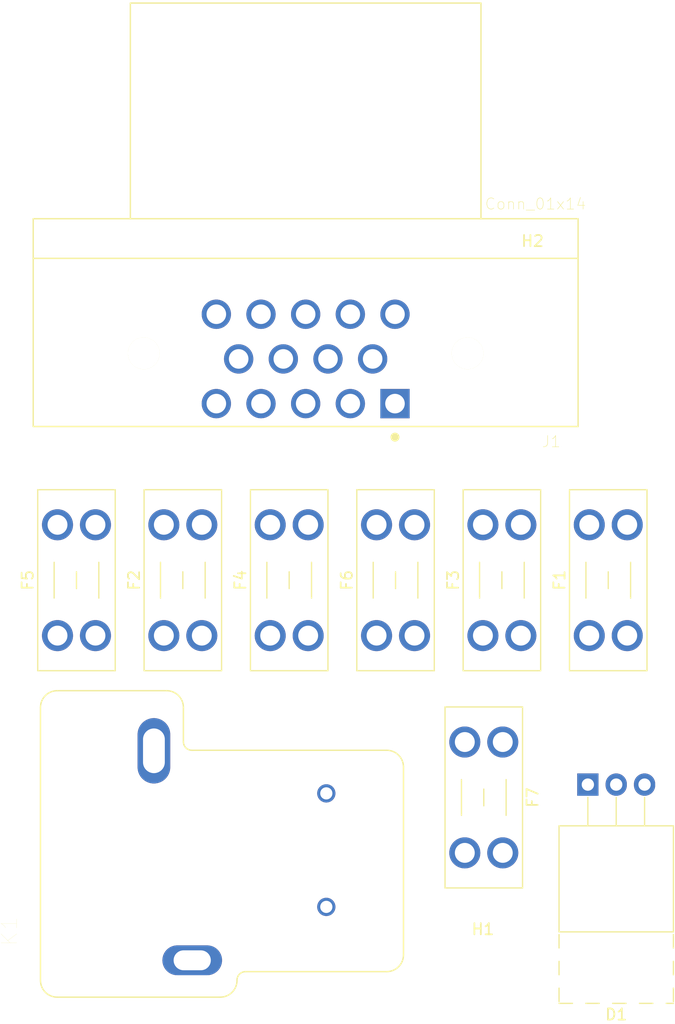
<source format=kicad_pcb>
(kicad_pcb (version 20171130) (host pcbnew 5.1.7-a382d34a8~88~ubuntu18.04.1)

  (general
    (thickness 1.6)
    (drawings 0)
    (tracks 0)
    (zones 0)
    (modules 12)
    (nets 13)
  )

  (page A4)
  (layers
    (0 F.Cu signal)
    (31 B.Cu signal)
    (32 B.Adhes user)
    (33 F.Adhes user)
    (34 B.Paste user)
    (35 F.Paste user)
    (36 B.SilkS user)
    (37 F.SilkS user)
    (38 B.Mask user)
    (39 F.Mask user)
    (40 Dwgs.User user)
    (41 Cmts.User user)
    (42 Eco1.User user)
    (43 Eco2.User user)
    (44 Edge.Cuts user)
    (45 Margin user)
    (46 B.CrtYd user hide)
    (47 F.CrtYd user)
    (48 B.Fab user hide)
    (49 F.Fab user hide)
  )

  (setup
    (last_trace_width 0.25)
    (trace_clearance 0.2)
    (zone_clearance 0.508)
    (zone_45_only no)
    (trace_min 0.2)
    (via_size 0.8)
    (via_drill 0.4)
    (via_min_size 0.4)
    (via_min_drill 0.3)
    (uvia_size 0.3)
    (uvia_drill 0.1)
    (uvias_allowed no)
    (uvia_min_size 0.2)
    (uvia_min_drill 0.1)
    (edge_width 0.05)
    (segment_width 0.2)
    (pcb_text_width 0.3)
    (pcb_text_size 1.5 1.5)
    (mod_edge_width 0.12)
    (mod_text_size 1 1)
    (mod_text_width 0.15)
    (pad_size 1.524 1.524)
    (pad_drill 0.762)
    (pad_to_mask_clearance 0)
    (aux_axis_origin 0 0)
    (visible_elements FFFFFF7F)
    (pcbplotparams
      (layerselection 0x010fc_ffffffff)
      (usegerberextensions false)
      (usegerberattributes true)
      (usegerberadvancedattributes true)
      (creategerberjobfile true)
      (excludeedgelayer true)
      (linewidth 0.100000)
      (plotframeref false)
      (viasonmask false)
      (mode 1)
      (useauxorigin false)
      (hpglpennumber 1)
      (hpglpenspeed 20)
      (hpglpendiameter 15.000000)
      (psnegative false)
      (psa4output false)
      (plotreference true)
      (plotvalue true)
      (plotinvisibletext false)
      (padsonsilk false)
      (subtractmaskfromsilk false)
      (outputformat 1)
      (mirror false)
      (drillshape 1)
      (scaleselection 1)
      (outputdirectory ""))
  )

  (net 0 "")
  (net 1 /DCDC_IN)
  (net 2 /BATT_IN)
  (net 3 +12V)
  (net 4 /SHUTDOWN_OUT)
  (net 5 /DAQ)
  (net 6 /RINEHART)
  (net 7 /RADIATOR)
  (net 8 /PUMP)
  (net 9 /12V_OUT)
  (net 10 /TO_BRB)
  (net 11 GND)
  (net 12 /FROM_BRB)

  (net_class Default "This is the default net class."
    (clearance 0.2)
    (trace_width 0.25)
    (via_dia 0.8)
    (via_drill 0.4)
    (uvia_dia 0.3)
    (uvia_drill 0.1)
    (add_net +12V)
    (add_net /12V_OUT)
    (add_net /BATT_IN)
    (add_net /DAQ)
    (add_net /DCDC_IN)
    (add_net /FROM_BRB)
    (add_net /PUMP)
    (add_net /RADIATOR)
    (add_net /RINEHART)
    (add_net /SHUTDOWN_OUT)
    (add_net /TO_BRB)
    (add_net GND)
  )

  (module AERO_CUSTOM:RELAY_T9VV1K15-12S (layer F.Cu) (tedit 5E50674C) (tstamp 5FFD4D16)
    (at 183.515 104.775 90)
    (path /5FFBBBA5)
    (fp_text reference K1 (at -6.779225 -16.368475 90) (layer F.SilkS)
      (effects (font (size 1.400906 1.400906) (thickness 0.015)))
    )
    (fp_text value T9VV1K15-12S (at 5.265 21.58165 90) (layer F.Fab)
      (effects (font (size 1.401496 1.401496) (thickness 0.015)))
    )
    (fp_arc (start -1.905 7.62) (end -1.27 7.62) (angle -180) (layer F.Fab) (width 0.127))
    (fp_arc (start -0.635 7.62) (end 0 7.62) (angle -180) (layer F.Fab) (width 0.127))
    (fp_arc (start 0.635 7.62) (end 1.27 7.62) (angle -180) (layer F.Fab) (width 0.127))
    (fp_arc (start 1.905 7.62) (end 2.54 7.62) (angle -180) (layer F.Fab) (width 0.127))
    (fp_arc (start 7.922587 17.420787) (end 7.92258 18.9209) (angle -89.9998) (layer F.Fab) (width 0.127))
    (fp_arc (start 13.254734 -2.28936) (end 13.2546 -0.789094) (angle -89.9998) (layer F.Fab) (width 0.127))
    (fp_arc (start 13.254597 -12.088997) (end 14.7547 -12.089) (angle -89.9998) (layer F.Fab) (width 0.127))
    (fp_arc (start -11.175047 -12.089147) (end -11.1752 -13.5891) (angle -89.9998) (layer F.Fab) (width 0.127))
    (fp_arc (start -11.175187 2.510787) (end -12.6753 2.51078) (angle -89.9998) (layer F.Fab) (width 0.127))
    (fp_arc (start -8.889187 17.420787) (end -10.3893 17.4208) (angle -89.9998) (layer F.Fab) (width 0.127))
    (fp_arc (start 10.1847 -0.0271) (end 10.1847 -0.7891) (angle -90) (layer F.Fab) (width 0.127))
    (fp_arc (start -11.1513 4.7729) (end -10.3893 4.7729) (angle -90) (layer F.Fab) (width 0.127))
    (fp_arc (start 7.922587 17.420787) (end 7.92258 18.9209) (angle -89.9998) (layer F.SilkS) (width 0.127))
    (fp_arc (start 13.254734 -2.28936) (end 13.2546 -0.789094) (angle -89.9998) (layer F.SilkS) (width 0.127))
    (fp_arc (start 13.254597 -12.088997) (end 14.7547 -12.089) (angle -89.9998) (layer F.SilkS) (width 0.127))
    (fp_arc (start -11.175047 -12.089147) (end -11.1752 -13.5891) (angle -89.9998) (layer F.SilkS) (width 0.127))
    (fp_arc (start -11.175187 2.510787) (end -12.6753 2.51078) (angle -89.9998) (layer F.SilkS) (width 0.127))
    (fp_arc (start -8.889187 17.420787) (end -10.3893 17.4208) (angle -89.9998) (layer F.SilkS) (width 0.127))
    (fp_arc (start 10.1847 -0.0271) (end 10.1847 -0.7891) (angle -90) (layer F.SilkS) (width 0.127))
    (fp_arc (start -11.1513 4.7729) (end -10.3893 4.7729) (angle -90) (layer F.SilkS) (width 0.127))
    (fp_arc (start -11.175047 -12.089147) (end -11.1752 -13.8391) (angle -89.9998) (layer F.CrtYd) (width 0.05))
    (fp_arc (start 13.254597 -12.088997) (end 15.0047 -12.089) (angle -89.9998) (layer F.CrtYd) (width 0.05))
    (fp_arc (start 13.254734 -2.28936) (end 13.2546 -0.539094) (angle -89.9998) (layer F.CrtYd) (width 0.05))
    (fp_arc (start 10.4347 0.2229) (end 10.4347 -0.5391) (angle -90) (layer F.CrtYd) (width 0.05))
    (fp_arc (start 7.922587 17.420787) (end 7.92258 19.1709) (angle -89.9998) (layer F.CrtYd) (width 0.05))
    (fp_arc (start -8.889187 17.420787) (end -10.6393 17.4208) (angle -89.9998) (layer F.CrtYd) (width 0.05))
    (fp_arc (start -11.300187 2.635787) (end -12.9253 2.51078) (angle -89.9998) (layer F.CrtYd) (width 0.05))
    (fp_arc (start -11.4013 5.0229) (end -10.6393 5.0229) (angle -90) (layer F.CrtYd) (width 0.05))
    (fp_line (start -10.6393 5.0229) (end -10.6393 4.7729) (layer F.CrtYd) (width 0.05))
    (fp_line (start -10.6393 17.4208) (end -10.6393 5.0229) (layer F.CrtYd) (width 0.05))
    (fp_line (start 7.92258 19.1709) (end -8.88918 19.1709) (layer F.CrtYd) (width 0.05))
    (fp_line (start 9.6727 0.2229) (end 9.6727 17.4208) (layer F.CrtYd) (width 0.05))
    (fp_line (start 13.2546 -0.5391) (end 10.4347 -0.5391) (layer F.CrtYd) (width 0.05))
    (fp_line (start 15.005 -12.089) (end 15.005 -2.28922) (layer F.CrtYd) (width 0.05))
    (fp_line (start -11.1752 -13.8391) (end 13.2546 -13.8391) (layer F.CrtYd) (width 0.05))
    (fp_line (start -12.925 2.51078) (end -12.925 -12.089) (layer F.CrtYd) (width 0.05))
    (fp_line (start -11.1752 -13.5891) (end 13.2546 -13.5891) (layer F.SilkS) (width 0.127))
    (fp_line (start -12.675 2.51078) (end -12.675 -12.089) (layer F.SilkS) (width 0.127))
    (fp_line (start -10.3893 17.4208) (end -10.3893 4.7729) (layer F.SilkS) (width 0.127))
    (fp_line (start 13.2546 -0.7891) (end 10.1847 -0.7891) (layer F.SilkS) (width 0.127))
    (fp_line (start -11.1513 4.0109) (end -11.1752 4.0109) (layer F.SilkS) (width 0.127))
    (fp_line (start 9.4227 -0.0271) (end 9.4227 17.4208) (layer F.SilkS) (width 0.127))
    (fp_line (start 14.755 -12.089) (end 14.755 -2.28922) (layer F.SilkS) (width 0.127))
    (fp_line (start 7.92258 18.9209) (end -8.88918 18.9209) (layer F.SilkS) (width 0.127))
    (fp_line (start -11.1752 -13.5891) (end 13.2546 -13.5891) (layer F.Fab) (width 0.127))
    (fp_line (start -12.675 2.51078) (end -12.675 -12.089) (layer F.Fab) (width 0.127))
    (fp_line (start -10.3893 17.4208) (end -10.3893 4.7729) (layer F.Fab) (width 0.127))
    (fp_line (start 13.2546 -0.7891) (end 10.1847 -0.7891) (layer F.Fab) (width 0.127))
    (fp_line (start -11.1513 4.0109) (end -11.1752 4.0109) (layer F.Fab) (width 0.127))
    (fp_line (start 9.4227 -0.0271) (end 9.4227 17.4208) (layer F.Fab) (width 0.127))
    (fp_line (start 14.755 -12.089) (end 14.755 -2.28922) (layer F.Fab) (width 0.127))
    (fp_line (start 7.92258 18.9209) (end -8.88918 18.9209) (layer F.Fab) (width 0.127))
    (fp_circle (center -5.08 8.89) (end -4.7625 8.89) (layer F.Fab) (width 0.127))
    (fp_circle (center 5.08 8.89) (end 5.3975 8.89) (layer F.Fab) (width 0.127))
    (fp_line (start 1.27 0) (end 6.92 0) (layer F.Fab) (width 0.127))
    (fp_line (start -1.27 0) (end 1.27 1.27) (layer F.Fab) (width 0.127))
    (fp_line (start -4.71 0) (end -1.27 0) (layer F.Fab) (width 0.127))
    (fp_circle (center 7.29 0) (end 7.6075 0) (layer F.Fab) (width 0.127))
    (fp_circle (center -5.08 0) (end -4.7625 0) (layer F.Fab) (width 0.127))
    (fp_line (start 2.54 7.62) (end 5.08 7.62) (layer F.Fab) (width 0.127))
    (fp_line (start 5.08 7.62) (end 5.08 8.49) (layer F.Fab) (width 0.127))
    (fp_line (start -5.08 7.62) (end -2.54 7.62) (layer F.Fab) (width 0.127))
    (fp_line (start -5.08 8.49) (end -5.08 7.62) (layer F.Fab) (width 0.127))
    (pad 1 thru_hole circle (at 5.565 12.01 90) (size 1.635 1.635) (drill 1.09) (layers *.Cu *.Mask)
      (net 11 GND))
    (pad 2 thru_hole circle (at -4.595 12.01 90) (size 1.635 1.635) (drill 1.09) (layers *.Cu *.Mask)
      (net 12 /FROM_BRB))
    (pad 4 thru_hole oval (at 9.375 -3.43 90) (size 5.85 2.925) (drill oval 4 1.95) (layers *.Cu *.Mask)
      (net 3 +12V))
    (pad 3 thru_hole oval (at -9.375 0 90) (size 2.67 5.34) (drill oval 1.78 3.33) (layers *.Cu *.Mask)
      (net 2 /BATT_IN))
    (model ${AERO_3D}/T9VV1K15-12S.STEP
      (offset (xyz 0.5588 -2.7432 0))
      (scale (xyz 1 1 1))
      (rotate (xyz 0 180 0))
    )
  )

  (module AERO_CUSTOM:TE_1-776266-1_14pin_Horizontal (layer F.Cu) (tedit 5CA51644) (tstamp 5FFD4CCF)
    (at 193.675 60.325 180)
    (path /5FFF0982)
    (fp_text reference J1 (at -22.0027 -7.39933) (layer F.SilkS)
      (effects (font (size 1.00194 1.00194) (thickness 0.05)))
    )
    (fp_text value Conn_01x14 (at -20.5865 13.8727) (layer F.SilkS)
      (effects (font (size 1.00056 1.00056) (thickness 0.05)))
    )
    (fp_text user PCB~edge (at -3.86058 11.5487) (layer F.Fab)
      (effects (font (size 1 1) (thickness 0.05)))
    )
    (fp_line (start -24.4 9) (end 24.4 9) (layer Eco2.User) (width 0.127))
    (fp_line (start 24.4 9) (end 24.4 12.55) (layer Eco2.User) (width 0.127))
    (fp_line (start 24.4 9) (end 24.4 -6.05) (layer Eco2.User) (width 0.127))
    (fp_line (start 24.4 -6.05) (end -24.4 -6.05) (layer Eco2.User) (width 0.127))
    (fp_line (start -24.4 -6.05) (end -24.4 9) (layer Eco2.User) (width 0.127))
    (fp_line (start -24.4 12.55) (end -24.4 9) (layer Eco2.User) (width 0.127))
    (fp_line (start -24.4 12.55) (end -15.7 12.55) (layer Eco2.User) (width 0.127))
    (fp_line (start -15.7 12.55) (end 15.7 12.55) (layer Eco2.User) (width 0.127))
    (fp_line (start 15.7 12.55) (end 24.4 12.55) (layer Eco2.User) (width 0.127))
    (fp_line (start -15.7 12.55) (end -15.7 31.85) (layer Eco2.User) (width 0.127))
    (fp_line (start -15.7 31.85) (end 15.7 31.85) (layer Eco2.User) (width 0.127))
    (fp_line (start 15.7 31.85) (end 15.7 12.55) (layer Eco2.User) (width 0.127))
    (fp_line (start -24.4 9) (end 24.4 9) (layer F.SilkS) (width 0.127))
    (fp_line (start 24.4 9) (end 24.4 12.55) (layer F.SilkS) (width 0.127))
    (fp_line (start 24.4 9) (end 24.4 -6.05) (layer F.SilkS) (width 0.127))
    (fp_line (start -24.4 -6.05) (end -24.4 9) (layer F.SilkS) (width 0.127))
    (fp_line (start -24.4 12.55) (end -24.4 9) (layer F.SilkS) (width 0.127))
    (fp_line (start -24.4 12.55) (end -15.7 12.55) (layer F.SilkS) (width 0.127))
    (fp_line (start -15.7 12.55) (end 15.7 12.55) (layer F.SilkS) (width 0.127))
    (fp_line (start 15.7 12.55) (end 24.4 12.55) (layer F.SilkS) (width 0.127))
    (fp_line (start -15.7 12.55) (end -15.7 31.85) (layer F.SilkS) (width 0.127))
    (fp_line (start -15.7 31.85) (end 15.7 31.85) (layer F.SilkS) (width 0.127))
    (fp_line (start 15.7 31.85) (end 15.7 12.55) (layer F.SilkS) (width 0.127))
    (fp_line (start -24.4 -6.05) (end 24.4 -6.05) (layer F.SilkS) (width 0.127))
    (fp_circle (center -8 -7) (end -7.8 -7) (layer F.SilkS) (width 0.4))
    (fp_line (start -24.65 -6.3) (end 24.65 -6.3) (layer Eco1.User) (width 0.05))
    (fp_line (start 24.65 -6.3) (end 24.65 12.8) (layer Eco1.User) (width 0.05))
    (fp_line (start 24.65 12.8) (end 15.95 12.8) (layer Eco1.User) (width 0.05))
    (fp_line (start 15.95 12.8) (end 15.95 32.1) (layer Eco1.User) (width 0.05))
    (fp_line (start 15.95 32.1) (end -15.95 32.1) (layer Eco1.User) (width 0.05))
    (fp_line (start -15.95 32.1) (end -15.95 12.8) (layer Eco1.User) (width 0.05))
    (fp_line (start -15.95 12.8) (end -24.65 12.8) (layer Eco1.User) (width 0.05))
    (fp_line (start -24.65 12.8) (end -24.65 -6.3) (layer Eco1.User) (width 0.05))
    (fp_circle (center -8 -4) (end -7.8 -4) (layer Eco2.User) (width 0.4))
    (pad Hole np_thru_hole circle (at 14.5 0.5 180) (size 2.85 2.85) (drill 2.85) (layers *.Cu *.Mask F.SilkS))
    (pad Hole np_thru_hole circle (at -14.5 0.5 180) (size 2.85 2.85) (drill 2.85) (layers *.Cu *.Mask F.SilkS))
    (pad 14 thru_hole circle (at 8 4 180) (size 2.625 2.625) (drill 1.75) (layers *.Cu *.Mask)
      (net 11 GND))
    (pad 13 thru_hole circle (at 4 4 180) (size 2.625 2.625) (drill 1.75) (layers *.Cu *.Mask)
      (net 1 /DCDC_IN))
    (pad 12 thru_hole circle (at 0 4 180) (size 2.625 2.625) (drill 1.75) (layers *.Cu *.Mask)
      (net 1 /DCDC_IN))
    (pad 11 thru_hole circle (at -4 4 180) (size 2.625 2.625) (drill 1.75) (layers *.Cu *.Mask)
      (net 2 /BATT_IN))
    (pad 10 thru_hole circle (at -8 4 180) (size 2.625 2.625) (drill 1.75) (layers *.Cu *.Mask)
      (net 2 /BATT_IN))
    (pad 9 thru_hole circle (at 6 0 180) (size 2.625 2.625) (drill 1.75) (layers *.Cu *.Mask)
      (net 12 /FROM_BRB))
    (pad 8 thru_hole circle (at 2 0 180) (size 2.625 2.625) (drill 1.75) (layers *.Cu *.Mask)
      (net 10 /TO_BRB))
    (pad 7 thru_hole circle (at -2 0 180) (size 2.625 2.625) (drill 1.75) (layers *.Cu *.Mask)
      (net 9 /12V_OUT))
    (pad 6 thru_hole circle (at -6 0 180) (size 2.625 2.625) (drill 1.75) (layers *.Cu *.Mask)
      (net 9 /12V_OUT))
    (pad 5 thru_hole circle (at 8 -4 180) (size 2.625 2.625) (drill 1.75) (layers *.Cu *.Mask)
      (net 8 /PUMP))
    (pad 4 thru_hole circle (at 4 -4 180) (size 2.625 2.625) (drill 1.75) (layers *.Cu *.Mask)
      (net 7 /RADIATOR))
    (pad 3 thru_hole circle (at 0 -4 180) (size 2.625 2.625) (drill 1.75) (layers *.Cu *.Mask)
      (net 6 /RINEHART))
    (pad 2 thru_hole circle (at -4 -4 180) (size 2.625 2.625) (drill 1.75) (layers *.Cu *.Mask)
      (net 5 /DAQ))
    (pad 1 thru_hole rect (at -8 -4 180) (size 2.625 2.625) (drill 1.75) (layers *.Cu *.Mask)
      (net 4 /SHUTDOWN_OUT))
    (model /home/cullen/Documents/AERO/KiCad/libraries/Connector_TE-AMPSEAL.pretty/3d/c-776266-1-b-3d.stp
      (offset (xyz 0 -31.74999952316284 11.42999982833862))
      (scale (xyz 1 1 1))
      (rotate (xyz -90 0 0))
    )
  )

  (module MountingHole:MountingHole_3.2mm_M3 (layer F.Cu) (tedit 56D1B4CB) (tstamp 5FFD4C98)
    (at 213.995 53.975)
    (descr "Mounting Hole 3.2mm, no annular, M3")
    (tags "mounting hole 3.2mm no annular m3")
    (path /6000C4CB)
    (attr virtual)
    (fp_text reference H2 (at 0 -4.2) (layer F.SilkS)
      (effects (font (size 1 1) (thickness 0.15)))
    )
    (fp_text value MountingHole (at 0 4.2) (layer F.Fab)
      (effects (font (size 1 1) (thickness 0.15)))
    )
    (fp_text user %R (at 0.3 0) (layer F.Fab)
      (effects (font (size 1 1) (thickness 0.15)))
    )
    (fp_circle (center 0 0) (end 3.2 0) (layer Cmts.User) (width 0.15))
    (fp_circle (center 0 0) (end 3.45 0) (layer F.CrtYd) (width 0.05))
    (pad 1 np_thru_hole circle (at 0 0) (size 3.2 3.2) (drill 3.2) (layers *.Cu *.Mask))
  )

  (module MountingHole:MountingHole_3.2mm_M3 (layer F.Cu) (tedit 56D1B4CB) (tstamp 5FFD4C90)
    (at 209.55 115.57)
    (descr "Mounting Hole 3.2mm, no annular, M3")
    (tags "mounting hole 3.2mm no annular m3")
    (path /6000AF10)
    (attr virtual)
    (fp_text reference H1 (at 0 -4.2) (layer F.SilkS)
      (effects (font (size 1 1) (thickness 0.15)))
    )
    (fp_text value MountingHole (at 0 4.2) (layer F.Fab)
      (effects (font (size 1 1) (thickness 0.15)))
    )
    (fp_text user %R (at 0.3 0) (layer F.Fab)
      (effects (font (size 1 1) (thickness 0.15)))
    )
    (fp_circle (center 0 0) (end 3.2 0) (layer Cmts.User) (width 0.15))
    (fp_circle (center 0 0) (end 3.45 0) (layer F.CrtYd) (width 0.05))
    (pad 1 np_thru_hole circle (at 0 0) (size 3.2 3.2) (drill 3.2) (layers *.Cu *.Mask))
  )

  (module AERO_CUSTOM:Fuseholder_Blade_Mini_Keystone_3568 (layer F.Cu) (tedit 5E700673) (tstamp 5FFD4C88)
    (at 211.328 94.615 270)
    (descr "fuse holder, car blade fuse mini, http://www.keyelco.com/product-pdf.cfm?p=306")
    (tags "car blade fuse mini")
    (path /5FFBD610)
    (fp_text reference F7 (at 4.96 -2.67 270) (layer F.SilkS)
      (effects (font (size 1 1) (thickness 0.15)))
    )
    (fp_text value "3568 Mini Blade" (at 4.96 6.07 270) (layer F.Fab)
      (effects (font (size 1 1) (thickness 0.15)))
    )
    (fp_text user %R (at 4.96 1.7 270) (layer F.Fab)
      (effects (font (size 1 1) (thickness 0.15)))
    )
    (fp_line (start 13.21 -1.92) (end -3.29 -1.92) (layer F.CrtYd) (width 0.05))
    (fp_line (start 13.21 5.32) (end 13.21 -1.92) (layer F.CrtYd) (width 0.05))
    (fp_line (start -3.29 5.32) (end 13.21 5.32) (layer F.CrtYd) (width 0.05))
    (fp_line (start -3.29 -1.92) (end -3.29 5.32) (layer F.CrtYd) (width 0.05))
    (fp_line (start 3.36 -0.3) (end 6.56 -0.3) (layer F.SilkS) (width 0.12))
    (fp_line (start 6.56 3.7) (end 3.36 3.7) (layer F.SilkS) (width 0.12))
    (fp_line (start 4.21 1.7) (end 5.71 1.7) (layer F.SilkS) (width 0.12))
    (fp_line (start 13.06 -1.77) (end -3.14 -1.77) (layer F.SilkS) (width 0.12))
    (fp_line (start 13.06 5.17) (end 13.06 -1.77) (layer F.SilkS) (width 0.12))
    (fp_line (start -3.14 5.17) (end 13.06 5.17) (layer F.SilkS) (width 0.12))
    (fp_line (start -3.14 -1.77) (end -3.14 5.17) (layer F.SilkS) (width 0.12))
    (fp_line (start 12.96 -1.67) (end -3.04 -1.67) (layer F.Fab) (width 0.1))
    (fp_line (start 12.96 5.07) (end 12.96 -1.67) (layer F.Fab) (width 0.1))
    (fp_line (start -3.04 5.07) (end 12.96 5.07) (layer F.Fab) (width 0.1))
    (fp_line (start -3.04 -1.67) (end -3.04 5.07) (layer F.Fab) (width 0.1))
    (pad 1 thru_hole circle (at 0 0 270) (size 2.78 2.78) (drill 1.78) (layers *.Cu *.Mask)
      (net 10 /TO_BRB))
    (pad 1 thru_hole circle (at 0 3.4 270) (size 2.78 2.78) (drill 1.78) (layers *.Cu *.Mask)
      (net 10 /TO_BRB))
    (pad 2 thru_hole circle (at 9.92 0 270) (size 2.78 2.78) (drill 1.78) (layers *.Cu *.Mask)
      (net 2 /BATT_IN))
    (pad 2 thru_hole circle (at 9.92 3.4 270) (size 2.78 2.78) (drill 1.78) (layers *.Cu *.Mask)
      (net 2 /BATT_IN))
    (model "${AERO_3D}/Keystone 3568 with fuse.STEP"
      (offset (xyz -0.7366 -3.581399999999999 0))
      (scale (xyz 1 1 1))
      (rotate (xyz -90 0 0))
    )
  )

  (module AERO_CUSTOM:Fuseholder_Blade_Mini_Keystone_3568 (layer F.Cu) (tedit 5E700673) (tstamp 5FFD4C70)
    (at 200.025 85.09 90)
    (descr "fuse holder, car blade fuse mini, http://www.keyelco.com/product-pdf.cfm?p=306")
    (tags "car blade fuse mini")
    (path /5FFB836C)
    (fp_text reference F6 (at 4.96 -2.67 270) (layer F.SilkS)
      (effects (font (size 1 1) (thickness 0.15)))
    )
    (fp_text value "3568 Mini Blade" (at 4.96 6.07 270) (layer F.Fab)
      (effects (font (size 1 1) (thickness 0.15)))
    )
    (fp_text user %R (at 4.96 1.7 270) (layer F.Fab)
      (effects (font (size 1 1) (thickness 0.15)))
    )
    (fp_line (start 13.21 -1.92) (end -3.29 -1.92) (layer F.CrtYd) (width 0.05))
    (fp_line (start 13.21 5.32) (end 13.21 -1.92) (layer F.CrtYd) (width 0.05))
    (fp_line (start -3.29 5.32) (end 13.21 5.32) (layer F.CrtYd) (width 0.05))
    (fp_line (start -3.29 -1.92) (end -3.29 5.32) (layer F.CrtYd) (width 0.05))
    (fp_line (start 3.36 -0.3) (end 6.56 -0.3) (layer F.SilkS) (width 0.12))
    (fp_line (start 6.56 3.7) (end 3.36 3.7) (layer F.SilkS) (width 0.12))
    (fp_line (start 4.21 1.7) (end 5.71 1.7) (layer F.SilkS) (width 0.12))
    (fp_line (start 13.06 -1.77) (end -3.14 -1.77) (layer F.SilkS) (width 0.12))
    (fp_line (start 13.06 5.17) (end 13.06 -1.77) (layer F.SilkS) (width 0.12))
    (fp_line (start -3.14 5.17) (end 13.06 5.17) (layer F.SilkS) (width 0.12))
    (fp_line (start -3.14 -1.77) (end -3.14 5.17) (layer F.SilkS) (width 0.12))
    (fp_line (start 12.96 -1.67) (end -3.04 -1.67) (layer F.Fab) (width 0.1))
    (fp_line (start 12.96 5.07) (end 12.96 -1.67) (layer F.Fab) (width 0.1))
    (fp_line (start -3.04 5.07) (end 12.96 5.07) (layer F.Fab) (width 0.1))
    (fp_line (start -3.04 -1.67) (end -3.04 5.07) (layer F.Fab) (width 0.1))
    (pad 1 thru_hole circle (at 0 0 90) (size 2.78 2.78) (drill 1.78) (layers *.Cu *.Mask)
      (net 3 +12V))
    (pad 1 thru_hole circle (at 0 3.4 90) (size 2.78 2.78) (drill 1.78) (layers *.Cu *.Mask)
      (net 3 +12V))
    (pad 2 thru_hole circle (at 9.92 0 90) (size 2.78 2.78) (drill 1.78) (layers *.Cu *.Mask)
      (net 9 /12V_OUT))
    (pad 2 thru_hole circle (at 9.92 3.4 90) (size 2.78 2.78) (drill 1.78) (layers *.Cu *.Mask)
      (net 9 /12V_OUT))
    (model "${AERO_3D}/Keystone 3568 with fuse.STEP"
      (offset (xyz -0.7366 -3.581399999999999 0))
      (scale (xyz 1 1 1))
      (rotate (xyz -90 0 0))
    )
  )

  (module AERO_CUSTOM:Fuseholder_Blade_Mini_Keystone_3568 (layer F.Cu) (tedit 5E700673) (tstamp 5FFD4C58)
    (at 171.45 85.09 90)
    (descr "fuse holder, car blade fuse mini, http://www.keyelco.com/product-pdf.cfm?p=306")
    (tags "car blade fuse mini")
    (path /5FFB7E33)
    (fp_text reference F5 (at 4.96 -2.67 270) (layer F.SilkS)
      (effects (font (size 1 1) (thickness 0.15)))
    )
    (fp_text value "3568 Mini Blade" (at 4.96 6.07 270) (layer F.Fab)
      (effects (font (size 1 1) (thickness 0.15)))
    )
    (fp_text user %R (at 4.96 1.7 270) (layer F.Fab)
      (effects (font (size 1 1) (thickness 0.15)))
    )
    (fp_line (start 13.21 -1.92) (end -3.29 -1.92) (layer F.CrtYd) (width 0.05))
    (fp_line (start 13.21 5.32) (end 13.21 -1.92) (layer F.CrtYd) (width 0.05))
    (fp_line (start -3.29 5.32) (end 13.21 5.32) (layer F.CrtYd) (width 0.05))
    (fp_line (start -3.29 -1.92) (end -3.29 5.32) (layer F.CrtYd) (width 0.05))
    (fp_line (start 3.36 -0.3) (end 6.56 -0.3) (layer F.SilkS) (width 0.12))
    (fp_line (start 6.56 3.7) (end 3.36 3.7) (layer F.SilkS) (width 0.12))
    (fp_line (start 4.21 1.7) (end 5.71 1.7) (layer F.SilkS) (width 0.12))
    (fp_line (start 13.06 -1.77) (end -3.14 -1.77) (layer F.SilkS) (width 0.12))
    (fp_line (start 13.06 5.17) (end 13.06 -1.77) (layer F.SilkS) (width 0.12))
    (fp_line (start -3.14 5.17) (end 13.06 5.17) (layer F.SilkS) (width 0.12))
    (fp_line (start -3.14 -1.77) (end -3.14 5.17) (layer F.SilkS) (width 0.12))
    (fp_line (start 12.96 -1.67) (end -3.04 -1.67) (layer F.Fab) (width 0.1))
    (fp_line (start 12.96 5.07) (end 12.96 -1.67) (layer F.Fab) (width 0.1))
    (fp_line (start -3.04 5.07) (end 12.96 5.07) (layer F.Fab) (width 0.1))
    (fp_line (start -3.04 -1.67) (end -3.04 5.07) (layer F.Fab) (width 0.1))
    (pad 1 thru_hole circle (at 0 0 90) (size 2.78 2.78) (drill 1.78) (layers *.Cu *.Mask)
      (net 3 +12V))
    (pad 1 thru_hole circle (at 0 3.4 90) (size 2.78 2.78) (drill 1.78) (layers *.Cu *.Mask)
      (net 3 +12V))
    (pad 2 thru_hole circle (at 9.92 0 90) (size 2.78 2.78) (drill 1.78) (layers *.Cu *.Mask)
      (net 8 /PUMP))
    (pad 2 thru_hole circle (at 9.92 3.4 90) (size 2.78 2.78) (drill 1.78) (layers *.Cu *.Mask)
      (net 8 /PUMP))
    (model "${AERO_3D}/Keystone 3568 with fuse.STEP"
      (offset (xyz -0.7366 -3.581399999999999 0))
      (scale (xyz 1 1 1))
      (rotate (xyz -90 0 0))
    )
  )

  (module AERO_CUSTOM:Fuseholder_Blade_Mini_Keystone_3568 (layer F.Cu) (tedit 5E700673) (tstamp 5FFD4C40)
    (at 190.5 85.09 90)
    (descr "fuse holder, car blade fuse mini, http://www.keyelco.com/product-pdf.cfm?p=306")
    (tags "car blade fuse mini")
    (path /5FFB7AA2)
    (fp_text reference F4 (at 4.96 -2.67 270) (layer F.SilkS)
      (effects (font (size 1 1) (thickness 0.15)))
    )
    (fp_text value "3568 Mini Blade" (at 4.96 6.07 270) (layer F.Fab)
      (effects (font (size 1 1) (thickness 0.15)))
    )
    (fp_text user %R (at 4.96 1.7 270) (layer F.Fab)
      (effects (font (size 1 1) (thickness 0.15)))
    )
    (fp_line (start 13.21 -1.92) (end -3.29 -1.92) (layer F.CrtYd) (width 0.05))
    (fp_line (start 13.21 5.32) (end 13.21 -1.92) (layer F.CrtYd) (width 0.05))
    (fp_line (start -3.29 5.32) (end 13.21 5.32) (layer F.CrtYd) (width 0.05))
    (fp_line (start -3.29 -1.92) (end -3.29 5.32) (layer F.CrtYd) (width 0.05))
    (fp_line (start 3.36 -0.3) (end 6.56 -0.3) (layer F.SilkS) (width 0.12))
    (fp_line (start 6.56 3.7) (end 3.36 3.7) (layer F.SilkS) (width 0.12))
    (fp_line (start 4.21 1.7) (end 5.71 1.7) (layer F.SilkS) (width 0.12))
    (fp_line (start 13.06 -1.77) (end -3.14 -1.77) (layer F.SilkS) (width 0.12))
    (fp_line (start 13.06 5.17) (end 13.06 -1.77) (layer F.SilkS) (width 0.12))
    (fp_line (start -3.14 5.17) (end 13.06 5.17) (layer F.SilkS) (width 0.12))
    (fp_line (start -3.14 -1.77) (end -3.14 5.17) (layer F.SilkS) (width 0.12))
    (fp_line (start 12.96 -1.67) (end -3.04 -1.67) (layer F.Fab) (width 0.1))
    (fp_line (start 12.96 5.07) (end 12.96 -1.67) (layer F.Fab) (width 0.1))
    (fp_line (start -3.04 5.07) (end 12.96 5.07) (layer F.Fab) (width 0.1))
    (fp_line (start -3.04 -1.67) (end -3.04 5.07) (layer F.Fab) (width 0.1))
    (pad 1 thru_hole circle (at 0 0 90) (size 2.78 2.78) (drill 1.78) (layers *.Cu *.Mask)
      (net 3 +12V))
    (pad 1 thru_hole circle (at 0 3.4 90) (size 2.78 2.78) (drill 1.78) (layers *.Cu *.Mask)
      (net 3 +12V))
    (pad 2 thru_hole circle (at 9.92 0 90) (size 2.78 2.78) (drill 1.78) (layers *.Cu *.Mask)
      (net 7 /RADIATOR))
    (pad 2 thru_hole circle (at 9.92 3.4 90) (size 2.78 2.78) (drill 1.78) (layers *.Cu *.Mask)
      (net 7 /RADIATOR))
    (model "${AERO_3D}/Keystone 3568 with fuse.STEP"
      (offset (xyz -0.7366 -3.581399999999999 0))
      (scale (xyz 1 1 1))
      (rotate (xyz -90 0 0))
    )
  )

  (module AERO_CUSTOM:Fuseholder_Blade_Mini_Keystone_3568 (layer F.Cu) (tedit 5E700673) (tstamp 5FFD4C28)
    (at 209.55 85.09 90)
    (descr "fuse holder, car blade fuse mini, http://www.keyelco.com/product-pdf.cfm?p=306")
    (tags "car blade fuse mini")
    (path /5FFB7607)
    (fp_text reference F3 (at 4.96 -2.67 270) (layer F.SilkS)
      (effects (font (size 1 1) (thickness 0.15)))
    )
    (fp_text value "3568 Mini Blade" (at 4.96 6.07 270) (layer F.Fab)
      (effects (font (size 1 1) (thickness 0.15)))
    )
    (fp_text user %R (at 4.96 1.7 270) (layer F.Fab)
      (effects (font (size 1 1) (thickness 0.15)))
    )
    (fp_line (start 13.21 -1.92) (end -3.29 -1.92) (layer F.CrtYd) (width 0.05))
    (fp_line (start 13.21 5.32) (end 13.21 -1.92) (layer F.CrtYd) (width 0.05))
    (fp_line (start -3.29 5.32) (end 13.21 5.32) (layer F.CrtYd) (width 0.05))
    (fp_line (start -3.29 -1.92) (end -3.29 5.32) (layer F.CrtYd) (width 0.05))
    (fp_line (start 3.36 -0.3) (end 6.56 -0.3) (layer F.SilkS) (width 0.12))
    (fp_line (start 6.56 3.7) (end 3.36 3.7) (layer F.SilkS) (width 0.12))
    (fp_line (start 4.21 1.7) (end 5.71 1.7) (layer F.SilkS) (width 0.12))
    (fp_line (start 13.06 -1.77) (end -3.14 -1.77) (layer F.SilkS) (width 0.12))
    (fp_line (start 13.06 5.17) (end 13.06 -1.77) (layer F.SilkS) (width 0.12))
    (fp_line (start -3.14 5.17) (end 13.06 5.17) (layer F.SilkS) (width 0.12))
    (fp_line (start -3.14 -1.77) (end -3.14 5.17) (layer F.SilkS) (width 0.12))
    (fp_line (start 12.96 -1.67) (end -3.04 -1.67) (layer F.Fab) (width 0.1))
    (fp_line (start 12.96 5.07) (end 12.96 -1.67) (layer F.Fab) (width 0.1))
    (fp_line (start -3.04 5.07) (end 12.96 5.07) (layer F.Fab) (width 0.1))
    (fp_line (start -3.04 -1.67) (end -3.04 5.07) (layer F.Fab) (width 0.1))
    (pad 1 thru_hole circle (at 0 0 90) (size 2.78 2.78) (drill 1.78) (layers *.Cu *.Mask)
      (net 3 +12V))
    (pad 1 thru_hole circle (at 0 3.4 90) (size 2.78 2.78) (drill 1.78) (layers *.Cu *.Mask)
      (net 3 +12V))
    (pad 2 thru_hole circle (at 9.92 0 90) (size 2.78 2.78) (drill 1.78) (layers *.Cu *.Mask)
      (net 6 /RINEHART))
    (pad 2 thru_hole circle (at 9.92 3.4 90) (size 2.78 2.78) (drill 1.78) (layers *.Cu *.Mask)
      (net 6 /RINEHART))
    (model "${AERO_3D}/Keystone 3568 with fuse.STEP"
      (offset (xyz -0.7366 -3.581399999999999 0))
      (scale (xyz 1 1 1))
      (rotate (xyz -90 0 0))
    )
  )

  (module AERO_CUSTOM:Fuseholder_Blade_Mini_Keystone_3568 (layer F.Cu) (tedit 5E700673) (tstamp 5FFD4C10)
    (at 180.975 85.09 90)
    (descr "fuse holder, car blade fuse mini, http://www.keyelco.com/product-pdf.cfm?p=306")
    (tags "car blade fuse mini")
    (path /5FFB6D99)
    (fp_text reference F2 (at 4.96 -2.67 270) (layer F.SilkS)
      (effects (font (size 1 1) (thickness 0.15)))
    )
    (fp_text value "3568 Mini Blade" (at 4.96 6.07 270) (layer F.Fab)
      (effects (font (size 1 1) (thickness 0.15)))
    )
    (fp_text user %R (at 4.96 1.7 270) (layer F.Fab)
      (effects (font (size 1 1) (thickness 0.15)))
    )
    (fp_line (start 13.21 -1.92) (end -3.29 -1.92) (layer F.CrtYd) (width 0.05))
    (fp_line (start 13.21 5.32) (end 13.21 -1.92) (layer F.CrtYd) (width 0.05))
    (fp_line (start -3.29 5.32) (end 13.21 5.32) (layer F.CrtYd) (width 0.05))
    (fp_line (start -3.29 -1.92) (end -3.29 5.32) (layer F.CrtYd) (width 0.05))
    (fp_line (start 3.36 -0.3) (end 6.56 -0.3) (layer F.SilkS) (width 0.12))
    (fp_line (start 6.56 3.7) (end 3.36 3.7) (layer F.SilkS) (width 0.12))
    (fp_line (start 4.21 1.7) (end 5.71 1.7) (layer F.SilkS) (width 0.12))
    (fp_line (start 13.06 -1.77) (end -3.14 -1.77) (layer F.SilkS) (width 0.12))
    (fp_line (start 13.06 5.17) (end 13.06 -1.77) (layer F.SilkS) (width 0.12))
    (fp_line (start -3.14 5.17) (end 13.06 5.17) (layer F.SilkS) (width 0.12))
    (fp_line (start -3.14 -1.77) (end -3.14 5.17) (layer F.SilkS) (width 0.12))
    (fp_line (start 12.96 -1.67) (end -3.04 -1.67) (layer F.Fab) (width 0.1))
    (fp_line (start 12.96 5.07) (end 12.96 -1.67) (layer F.Fab) (width 0.1))
    (fp_line (start -3.04 5.07) (end 12.96 5.07) (layer F.Fab) (width 0.1))
    (fp_line (start -3.04 -1.67) (end -3.04 5.07) (layer F.Fab) (width 0.1))
    (pad 1 thru_hole circle (at 0 0 90) (size 2.78 2.78) (drill 1.78) (layers *.Cu *.Mask)
      (net 3 +12V))
    (pad 1 thru_hole circle (at 0 3.4 90) (size 2.78 2.78) (drill 1.78) (layers *.Cu *.Mask)
      (net 3 +12V))
    (pad 2 thru_hole circle (at 9.92 0 90) (size 2.78 2.78) (drill 1.78) (layers *.Cu *.Mask)
      (net 5 /DAQ))
    (pad 2 thru_hole circle (at 9.92 3.4 90) (size 2.78 2.78) (drill 1.78) (layers *.Cu *.Mask)
      (net 5 /DAQ))
    (model "${AERO_3D}/Keystone 3568 with fuse.STEP"
      (offset (xyz -0.7366 -3.581399999999999 0))
      (scale (xyz 1 1 1))
      (rotate (xyz -90 0 0))
    )
  )

  (module AERO_CUSTOM:Fuseholder_Blade_Mini_Keystone_3568 (layer F.Cu) (tedit 5E700673) (tstamp 5FFD4BF8)
    (at 219.075 85.09 90)
    (descr "fuse holder, car blade fuse mini, http://www.keyelco.com/product-pdf.cfm?p=306")
    (tags "car blade fuse mini")
    (path /5FFB5AB9)
    (fp_text reference F1 (at 4.96 -2.67 270) (layer F.SilkS)
      (effects (font (size 1 1) (thickness 0.15)))
    )
    (fp_text value "3568 Mini Blade" (at 4.96 6.07 270) (layer F.Fab)
      (effects (font (size 1 1) (thickness 0.15)))
    )
    (fp_text user %R (at 4.96 1.7 270) (layer F.Fab)
      (effects (font (size 1 1) (thickness 0.15)))
    )
    (fp_line (start 13.21 -1.92) (end -3.29 -1.92) (layer F.CrtYd) (width 0.05))
    (fp_line (start 13.21 5.32) (end 13.21 -1.92) (layer F.CrtYd) (width 0.05))
    (fp_line (start -3.29 5.32) (end 13.21 5.32) (layer F.CrtYd) (width 0.05))
    (fp_line (start -3.29 -1.92) (end -3.29 5.32) (layer F.CrtYd) (width 0.05))
    (fp_line (start 3.36 -0.3) (end 6.56 -0.3) (layer F.SilkS) (width 0.12))
    (fp_line (start 6.56 3.7) (end 3.36 3.7) (layer F.SilkS) (width 0.12))
    (fp_line (start 4.21 1.7) (end 5.71 1.7) (layer F.SilkS) (width 0.12))
    (fp_line (start 13.06 -1.77) (end -3.14 -1.77) (layer F.SilkS) (width 0.12))
    (fp_line (start 13.06 5.17) (end 13.06 -1.77) (layer F.SilkS) (width 0.12))
    (fp_line (start -3.14 5.17) (end 13.06 5.17) (layer F.SilkS) (width 0.12))
    (fp_line (start -3.14 -1.77) (end -3.14 5.17) (layer F.SilkS) (width 0.12))
    (fp_line (start 12.96 -1.67) (end -3.04 -1.67) (layer F.Fab) (width 0.1))
    (fp_line (start 12.96 5.07) (end 12.96 -1.67) (layer F.Fab) (width 0.1))
    (fp_line (start -3.04 5.07) (end 12.96 5.07) (layer F.Fab) (width 0.1))
    (fp_line (start -3.04 -1.67) (end -3.04 5.07) (layer F.Fab) (width 0.1))
    (pad 1 thru_hole circle (at 0 0 90) (size 2.78 2.78) (drill 1.78) (layers *.Cu *.Mask)
      (net 3 +12V))
    (pad 1 thru_hole circle (at 0 3.4 90) (size 2.78 2.78) (drill 1.78) (layers *.Cu *.Mask)
      (net 3 +12V))
    (pad 2 thru_hole circle (at 9.92 0 90) (size 2.78 2.78) (drill 1.78) (layers *.Cu *.Mask)
      (net 4 /SHUTDOWN_OUT))
    (pad 2 thru_hole circle (at 9.92 3.4 90) (size 2.78 2.78) (drill 1.78) (layers *.Cu *.Mask)
      (net 4 /SHUTDOWN_OUT))
    (model "${AERO_3D}/Keystone 3568 with fuse.STEP"
      (offset (xyz -0.7366 -3.581399999999999 0))
      (scale (xyz 1 1 1))
      (rotate (xyz -90 0 0))
    )
  )

  (module Package_TO_SOT_THT:TO-220-3_Horizontal_TabUp (layer F.Cu) (tedit 5AC8BA0D) (tstamp 5FFD4BE0)
    (at 218.948 98.425)
    (descr "TO-220-3, Horizontal, RM 2.54mm, see https://www.vishay.com/docs/66542/to-220-1.pdf")
    (tags "TO-220-3 Horizontal RM 2.54mm")
    (path /5FFCA662)
    (fp_text reference D1 (at 2.54 20.58) (layer F.SilkS)
      (effects (font (size 1 1) (thickness 0.15)))
    )
    (fp_text value D_Schottky_AKA (at 2.54 -2) (layer F.Fab)
      (effects (font (size 1 1) (thickness 0.15)))
    )
    (fp_text user %R (at 2.54 20.58) (layer F.Fab)
      (effects (font (size 1 1) (thickness 0.15)))
    )
    (fp_circle (center 2.54 16.66) (end 4.39 16.66) (layer F.Fab) (width 0.1))
    (fp_line (start -2.46 13.06) (end -2.46 19.46) (layer F.Fab) (width 0.1))
    (fp_line (start -2.46 19.46) (end 7.54 19.46) (layer F.Fab) (width 0.1))
    (fp_line (start 7.54 19.46) (end 7.54 13.06) (layer F.Fab) (width 0.1))
    (fp_line (start 7.54 13.06) (end -2.46 13.06) (layer F.Fab) (width 0.1))
    (fp_line (start -2.46 3.81) (end -2.46 13.06) (layer F.Fab) (width 0.1))
    (fp_line (start -2.46 13.06) (end 7.54 13.06) (layer F.Fab) (width 0.1))
    (fp_line (start 7.54 13.06) (end 7.54 3.81) (layer F.Fab) (width 0.1))
    (fp_line (start 7.54 3.81) (end -2.46 3.81) (layer F.Fab) (width 0.1))
    (fp_line (start 0 3.81) (end 0 0) (layer F.Fab) (width 0.1))
    (fp_line (start 2.54 3.81) (end 2.54 0) (layer F.Fab) (width 0.1))
    (fp_line (start 5.08 3.81) (end 5.08 0) (layer F.Fab) (width 0.1))
    (fp_line (start -2.58 3.69) (end 7.66 3.69) (layer F.SilkS) (width 0.12))
    (fp_line (start -2.58 13.18) (end 7.66 13.18) (layer F.SilkS) (width 0.12))
    (fp_line (start -2.58 3.69) (end -2.58 13.18) (layer F.SilkS) (width 0.12))
    (fp_line (start 7.66 3.69) (end 7.66 13.18) (layer F.SilkS) (width 0.12))
    (fp_line (start -2.58 19.58) (end -1.38 19.58) (layer F.SilkS) (width 0.12))
    (fp_line (start -0.181 19.58) (end 1.02 19.58) (layer F.SilkS) (width 0.12))
    (fp_line (start 2.22 19.58) (end 3.42 19.58) (layer F.SilkS) (width 0.12))
    (fp_line (start 4.62 19.58) (end 5.82 19.58) (layer F.SilkS) (width 0.12))
    (fp_line (start 7.02 19.58) (end 7.66 19.58) (layer F.SilkS) (width 0.12))
    (fp_line (start -2.58 13.42) (end -2.58 14.62) (layer F.SilkS) (width 0.12))
    (fp_line (start -2.58 15.82) (end -2.58 17.02) (layer F.SilkS) (width 0.12))
    (fp_line (start -2.58 18.22) (end -2.58 19.42) (layer F.SilkS) (width 0.12))
    (fp_line (start 7.66 13.42) (end 7.66 14.62) (layer F.SilkS) (width 0.12))
    (fp_line (start 7.66 15.82) (end 7.66 17.02) (layer F.SilkS) (width 0.12))
    (fp_line (start 7.66 18.22) (end 7.66 19.42) (layer F.SilkS) (width 0.12))
    (fp_line (start 0 1.15) (end 0 3.69) (layer F.SilkS) (width 0.12))
    (fp_line (start 2.54 1.15) (end 2.54 3.69) (layer F.SilkS) (width 0.12))
    (fp_line (start 5.08 1.15) (end 5.08 3.69) (layer F.SilkS) (width 0.12))
    (fp_line (start -2.71 -1.25) (end -2.71 19.71) (layer F.CrtYd) (width 0.05))
    (fp_line (start -2.71 19.71) (end 7.79 19.71) (layer F.CrtYd) (width 0.05))
    (fp_line (start 7.79 19.71) (end 7.79 -1.25) (layer F.CrtYd) (width 0.05))
    (fp_line (start 7.79 -1.25) (end -2.71 -1.25) (layer F.CrtYd) (width 0.05))
    (pad 3 thru_hole oval (at 5.08 0) (size 1.905 2) (drill 1.1) (layers *.Cu *.Mask)
      (net 1 /DCDC_IN))
    (pad 2 thru_hole oval (at 2.54 0) (size 1.905 2) (drill 1.1) (layers *.Cu *.Mask)
      (net 2 /BATT_IN))
    (pad 1 thru_hole rect (at 0 0) (size 1.905 2) (drill 1.1) (layers *.Cu *.Mask)
      (net 1 /DCDC_IN))
    (pad "" np_thru_hole oval (at 2.54 16.66) (size 3.5 3.5) (drill 3.5) (layers *.Cu *.Mask))
    (model ${KISYS3DMOD}/Package_TO_SOT_THT.3dshapes/TO-220-3_Horizontal_TabUp.wrl
      (at (xyz 0 0 0))
      (scale (xyz 1 1 1))
      (rotate (xyz 0 0 0))
    )
  )

)

</source>
